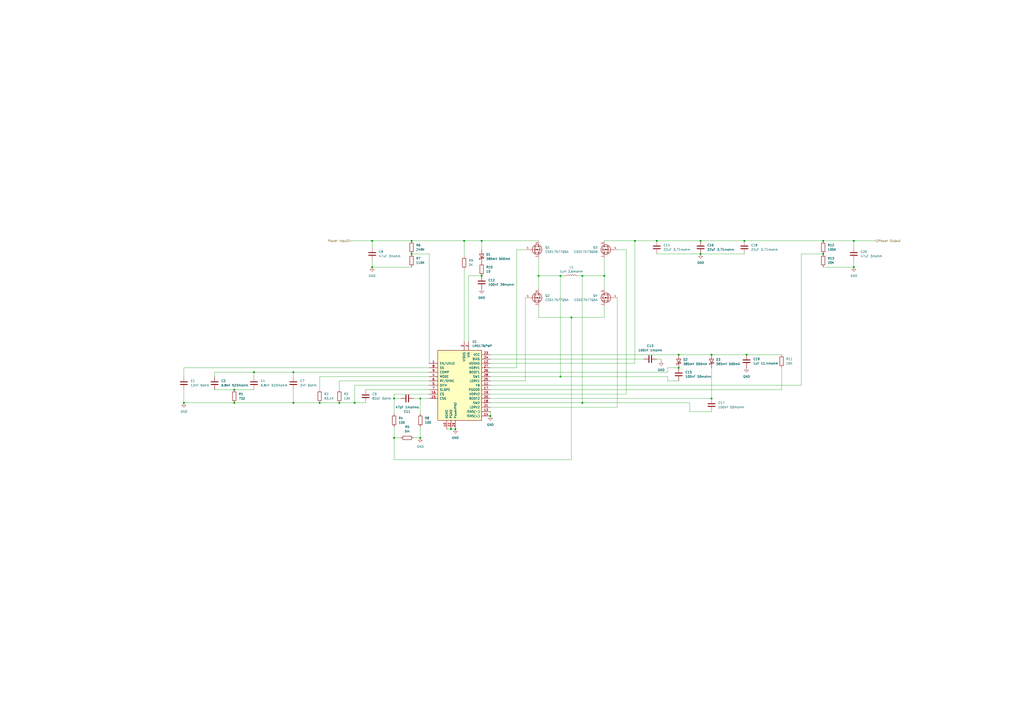
<source format=kicad_sch>
(kicad_sch (version 20250114) (generator "eeschema") (generator_version "9.0")
  (paper "A2")
  (lib_symbols
    (symbol "Device:C" (pin_numbers (hide yes)) (pin_names (offset 0.254))
      (property "Reference" "C" (at 0.635 2.54 0))
      (property "Value" "C" (at 0.635 -2.54 0))
      (symbol "C_0_1"
        (polyline (pts (xy -2.032 0.762) (xy 2.032 0.762)) (stroke (width 0.508)))
        (polyline (pts (xy -2.032 -0.762) (xy 2.032 -0.762)) (stroke (width 0.508)))
      )
      (symbol "C_1_1"
        (pin passive line (at 0 3.81 270) (length 2.794) (name "~") (number "1"))
        (pin passive line (at 0 -3.81 90) (length 2.794) (name "~") (number "2"))
      )
    )
    (symbol "Device:D_Schottky" (pin_numbers (hide yes)) (pin_names (offset 1.016) (hide yes))
      (property "Reference" "D" (at 0 2.54 0))
      (property "Value" "D_Schottky" (at 0 -2.54 0))
      (symbol "D_Schottky_0_1"
        (polyline (pts (xy -1.905 0.635) (xy -1.905 1.27) (xy -1.27 1.27) (xy -1.27 -1.27) (xy -0.635 -1.27) (xy -0.635 -0.635)) (stroke (width 0.254)))
        (polyline (pts (xy 1.27 1.27) (xy 1.27 -1.27) (xy -1.27 0) (xy 1.27 1.27)) (stroke (width 0.254)))
        (polyline (pts (xy 1.27 0) (xy -1.27 0)))
      )
      (symbol "D_Schottky_1_1"
        (pin passive line (at -3.81 0 0) (length 2.54) (name "K") (number "1"))
        (pin passive line (at 3.81 0 180) (length 2.54) (name "A") (number "2"))
      )
    )
    (symbol "Device:L" (pin_numbers (hide yes)) (pin_names (offset 1.016) (hide yes))
      (property "Reference" "L" (at -1.27 0 90))
      (property "Value" "L" (at 1.905 0 90))
      (symbol "L_0_1"
        (arc (start 0 2.54) (mid 0.6323 1.905) (end 0 1.27))
        (arc (start 0 1.27) (mid 0.6323 0.635) (end 0 0))
        (arc (start 0 0) (mid 0.6323 -0.635) (end 0 -1.27))
        (arc (start 0 -1.27) (mid 0.6323 -1.905) (end 0 -2.54))
      )
      (symbol "L_1_1"
        (pin passive line (at 0 3.81 270) (length 1.27) (name "1") (number "1"))
        (pin passive line (at 0 -3.81 90) (length 1.27) (name "2") (number "2"))
      )
    )
    (symbol "Device:R" (pin_numbers (hide yes)) (pin_names (offset 0))
      (property "Reference" "R" (at 2.032 0 90))
      (property "Value" "R" (at 0 0 90))
      (symbol "R_0_1"
        (rectangle (start -1.016 -2.54) (end 1.016 2.54) (stroke (width 0.254)))
      )
      (symbol "R_1_1"
        (pin passive line (at 0 3.81 270) (length 1.27) (name "~") (number "1"))
        (pin passive line (at 0 -3.81 90) (length 1.27) (name "~") (number "2"))
      )
    )
    (symbol "Regulator_Switching:LM5176PWP" (pin_names (offset 1.016))
      (property "Reference" "U" (at -12.7 24.13 0))
      (property "Value" "LM5176PWP" (at -12.7 21.59 0))
      (symbol "LM5176PWP_0_1"
        (rectangle (start -12.7 20.32) (end 12.7 -20.32) (stroke (width 0.254)) (fill (type background)))
      )
      (symbol "LM5176PWP_1_1"
        (pin input line (at -17.78 12.7 0) (length 5.08) (name "EN/UVLO") (number "1"))
        (pin passive line (at -17.78 10.16 0) (length 5.08) (name "SS") (number "8"))
        (pin passive line (at -17.78 7.62 0) (length 5.08) (name "COMP") (number "9"))
        (pin input line (at -17.78 5.08 0) (length 5.08) (name "MODE") (number "4"))
        (pin input line (at -17.78 2.54 0) (length 5.08) (name "RT/SYNC") (number "6"))
        (pin passive line (at -17.78 0 0) (length 5.08) (name "DITH") (number "5"))
        (pin passive line (at -17.78 -2.54 0) (length 5.08) (name "SLOPE") (number "7"))
        (pin input line (at -17.78 -5.08 0) (length 5.08) (name "CS") (number "16"))
        (pin input line (at -17.78 -7.62 0) (length 5.08) (name "CSG") (number "15"))
        (pin power_in line (at -7.62 -25.4 90) (length 5.08) (name "AGND") (number "10"))
        (pin power_in line (at -5.08 -25.4 90) (length 5.08) (name "PGND") (number "22"))
        (pin input line (at -2.54 -25.4 90) (length 5.08) (name "PowerPAD") (number "29"))
        (pin input line (at 2.54 25.4 270) (length 5.08) (name "VISNS") (number "3"))
        (pin power_in line (at 5.08 25.4 270) (length 5.08) (name "VIN") (number "2"))
        (pin power_in line (at 17.78 17.78 180) (length 5.08) (name "VCC") (number "23"))
        (pin input line (at 17.78 15.24 180) (length 5.08) (name "BIAS") (number "24"))
        (pin output line (at 17.78 12.7 180) (length 5.08) (name "VOSNS") (number "12"))
        (pin output line (at 17.78 10.16 180) (length 5.08) (name "HDRV1") (number "27"))
        (pin passive line (at 17.78 7.62 180) (length 5.08) (name "BOOT1") (number "26"))
        (pin output line (at 17.78 5.08 180) (length 5.08) (name "SW1") (number "28"))
        (pin output line (at 17.78 2.54 180) (length 5.08) (name "LDRV1") (number "25"))
        (pin input line (at 17.78 0 180) (length 5.08) (name "FB") (number "11"))
        (pin output line (at 17.78 -2.54 180) (length 5.08) (name "PGOOD") (number "17"))
        (pin output line (at 17.78 -5.08 180) (length 5.08) (name "HDRV2") (number "19"))
        (pin passive line (at 17.78 -7.62 180) (length 5.08) (name "BOOT2") (number "20"))
        (pin output line (at 17.78 -10.16 180) (length 5.08) (name "SW2") (number "18"))
        (pin output line (at 17.78 -12.7 180) (length 5.08) (name "LDRV2") (number "21"))
        (pin input line (at 17.78 -15.24 180) (length 5.08) (name "ISNS(-)") (number "13"))
        (pin input line (at 17.78 -17.78 180) (length 5.08) (name "ISNS(+)") (number "14"))
      )
    )
    (symbol "Transistor_FET:CSD17573Q5B" (pin_names (hide yes))
      (property "Reference" "Q" (at 5.08 1.905 0))
      (property "Value" "CSD17573Q5B" (at 5.08 0 0))
      (symbol "CSD17573Q5B_0_1"
        (polyline (pts (xy 0.254 1.905) (xy 0.254 -1.905)) (stroke (width 0.254)))
        (polyline (pts (xy 0.254 0) (xy -2.54 0)))
        (polyline (pts (xy 0.762 2.286) (xy 0.762 1.27)) (stroke (width 0.254)))
        (polyline (pts (xy 0.762 0.508) (xy 0.762 -0.508)) (stroke (width 0.254)))
        (polyline (pts (xy 0.762 -1.27) (xy 0.762 -2.286)) (stroke (width 0.254)))
        (polyline (pts (xy 0.762 -1.778) (xy 3.302 -1.778) (xy 3.302 1.778) (xy 0.762 1.778)))
        (polyline (pts (xy 1.016 0) (xy 2.032 0.381) (xy 2.032 -0.381) (xy 1.016 0)) (fill (type outline)))
        (circle (center 1.651 0) (radius 2.794) (stroke (width 0.254)))
        (polyline (pts (xy 2.54 2.54) (xy 2.54 1.778)))
        (circle (center 2.54 1.778) (radius 0.254) (fill (type outline)))
        (circle (center 2.54 -1.778) (radius 0.254) (fill (type outline)))
        (polyline (pts (xy 2.54 -2.54) (xy 2.54 0) (xy 0.762 0)))
        (polyline (pts (xy 2.794 0.508) (xy 2.921 0.381) (xy 3.683 0.381) (xy 3.81 0.254)))
        (polyline (pts (xy 3.302 0.381) (xy 2.921 -0.254) (xy 3.683 -0.254) (xy 3.302 0.381)))
      )
      (symbol "CSD17573Q5B_1_1"
        (pin passive line (at -5.08 0 0) (length 2.54) (name "G") (number "4"))
        (pin passive line (at 2.54 5.08 270) (length 2.54) (name "D") (number "5"))
        (pin passive line (at 2.54 -5.08 90) (length 2.54) (name "S") (number "1"))
        (pin passive line (at 2.54 -5.08 90) (length 2.54) (hide yes) (name "S") (number "2"))
        (pin passive line (at 2.54 -5.08 90) (length 2.54) (hide yes) (name "S") (number "3"))
      )
    )
    (symbol "Transistor_FET:CSD17577Q5A" (pin_names (hide yes))
      (property "Reference" "Q" (at 5.08 1.905 0))
      (property "Value" "CSD17577Q5A" (at 5.08 0 0))
      (symbol "CSD17577Q5A_0_1"
        (polyline (pts (xy 0.254 1.905) (xy 0.254 -1.905)) (stroke (width 0.254)))
        (polyline (pts (xy 0.254 0) (xy -2.54 0)))
        (polyline (pts (xy 0.762 2.286) (xy 0.762 1.27)) (stroke (width 0.254)))
        (polyline (pts (xy 0.762 0.508) (xy 0.762 -0.508)) (stroke (width 0.254)))
        (polyline (pts (xy 0.762 -1.27) (xy 0.762 -2.286)) (stroke (width 0.254)))
        (polyline (pts (xy 0.762 -1.778) (xy 3.302 -1.778) (xy 3.302 1.778) (xy 0.762 1.778)))
        (polyline (pts (xy 1.016 0) (xy 2.032 0.381) (xy 2.032 -0.381) (xy 1.016 0)) (fill (type outline)))
        (circle (center 1.651 0) (radius 2.794) (stroke (width 0.254)))
        (polyline (pts (xy 2.54 2.54) (xy 2.54 1.778)))
        (circle (center 2.54 1.778) (radius 0.254) (fill (type outline)))
        (circle (center 2.54 -1.778) (radius 0.254) (fill (type outline)))
        (polyline (pts (xy 2.54 -2.54) (xy 2.54 0) (xy 0.762 0)))
        (polyline (pts (xy 2.794 0.508) (xy 2.921 0.381) (xy 3.683 0.381) (xy 3.81 0.254)))
        (polyline (pts (xy 3.302 0.381) (xy 2.921 -0.254) (xy 3.683 -0.254) (xy 3.302 0.381)))
      )
      (symbol "CSD17577Q5A_1_1"
        (pin passive line (at -5.08 0 0) (length 2.54) (name "G") (number "4"))
        (pin passive line (at 2.54 5.08 270) (length 2.54) (name "D") (number "5"))
        (pin passive line (at 2.54 -5.08 90) (length 2.54) (name "S") (number "1"))
        (pin passive line (at 2.54 -5.08 90) (length 2.54) (hide yes) (name "S") (number "2"))
        (pin passive line (at 2.54 -5.08 90) (length 2.54) (hide yes) (name "S") (number "3"))
      )
    )
    (symbol "power:GND" (power) (pin_numbers (hide yes)) (pin_names (offset 0) (hide yes))
      (property "Value" "GND" (at 0 -3.81 0))
      (symbol "GND_0_1"
        (polyline (pts (xy 0 0) (xy 0 -1.27) (xy 1.27 -1.27) (xy 0 -2.54) (xy -1.27 -1.27) (xy 0 -1.27)))
      )
      (symbol "GND_1_1"
        (pin power_in line (at 0 0 270) (length 0) (name "~") (number "1"))
      )
    )
  )
  (junction (at 393.7 205.74))
  (junction (at 243.84 231.14))
  (junction (at 238.76 139.7))
  (junction (at 477.52 139.7))
  (junction (at 238.76 147.32))
  (junction (at 312.42 160.02))
  (junction (at 135.89 226.06))
  (junction (at 261.62 248.92))
  (junction (at 495.3 154.94))
  (junction (at 215.9 154.94))
  (junction (at 477.52 147.32))
  (junction (at 170.18 233.68))
  (junction (at 106.68 233.68))
  (junction (at 331.47 184.15))
  (junction (at 406.4 139.7))
  (junction (at 412.75 231.14))
  (junction (at 350.52 160.02))
  (junction (at 337.82 160.02))
  (junction (at 135.89 233.68))
  (junction (at 368.3 139.7))
  (junction (at 325.12 218.44))
  (junction (at 431.8 139.7))
  (junction (at 406.4 147.32))
  (junction (at 269.24 139.7))
  (junction (at 196.85 233.68))
  (junction (at 215.9 139.7))
  (junction (at 228.6 231.14))
  (junction (at 495.3 139.7))
  (junction (at 433.07 205.74))
  (junction (at 243.84 254))
  (junction (at 228.6 254))
  (junction (at 279.4 160.02))
  (junction (at 412.75 205.74))
  (junction (at 284.48 241.3))
  (junction (at 205.74 233.68))
  (junction (at 337.82 233.68))
  (junction (at 381 139.7))
  (junction (at 147.32 215.9))
  (junction (at 325.12 160.02))
  (junction (at 185.42 233.68))
  (junction (at 393.7 213.36))
  (junction (at 264.16 248.92))
  (junction (at 279.4 139.7))
  (junction (at 170.18 215.9))
  (wire (pts (xy 135.89 226.06) (xy 124.46 226.06)))
  (wire (pts (xy 248.92 147.32) (xy 248.92 210.82)))
  (wire (pts (xy 477.52 154.94) (xy 495.3 154.94)))
  (wire (pts (xy 312.42 177.8) (xy 312.42 184.15)))
  (wire (pts (xy 279.4 139.7) (xy 312.42 139.7)))
  (wire (pts (xy 312.42 160.02) (xy 312.42 167.64)))
  (wire (pts (xy 284.48 210.82) (xy 368.3 210.82)))
  (wire (pts (xy 243.84 254) (xy 243.84 247.65)))
  (wire (pts (xy 228.6 254) (xy 228.6 247.65)))
  (wire (pts (xy 350.52 139.7) (xy 368.3 139.7)))
  (wire (pts (xy 312.42 149.86) (xy 312.42 160.02)))
  (wire (pts (xy 203.2 139.7) (xy 215.9 139.7)))
  (wire (pts (xy 325.12 160.02) (xy 327.66 160.02)))
  (wire (pts (xy 147.32 215.9) (xy 170.18 215.9)))
  (wire (pts (xy 453.39 226.06) (xy 284.48 226.06)))
  (wire (pts (xy 170.18 215.9) (xy 248.92 215.9)))
  (wire (pts (xy 240.03 254) (xy 243.84 254)))
  (wire (pts (xy 350.52 184.15) (xy 350.52 177.8)))
  (wire (pts (xy 261.62 248.92) (xy 264.16 248.92)))
  (wire (pts (xy 312.42 184.15) (xy 331.47 184.15)))
  (wire (pts (xy 269.24 139.7) (xy 279.4 139.7)))
  (wire (pts (xy 368.3 139.7) (xy 381 139.7)))
  (wire (pts (xy 304.8 220.98) (xy 304.8 172.72)))
  (wire (pts (xy 495.3 139.7) (xy 508 139.7)))
  (wire (pts (xy 387.35 213.36) (xy 393.7 213.36)))
  (wire (pts (xy 196.85 233.68) (xy 205.74 233.68)))
  (wire (pts (xy 284.48 215.9) (xy 387.35 215.9)))
  (wire (pts (xy 215.9 154.94) (xy 238.76 154.94)))
  (wire (pts (xy 284.48 205.74) (xy 393.7 205.74)))
  (wire (pts (xy 185.42 233.68) (xy 196.85 233.68)))
  (wire (pts (xy 271.78 198.12) (xy 271.78 160.02)))
  (wire (pts (xy 381 139.7) (xy 406.4 139.7)))
  (wire (pts (xy 412.75 213.36) (xy 412.75 231.14)))
  (wire (pts (xy 284.48 236.22) (xy 358.14 236.22)))
  (wire (pts (xy 312.42 160.02) (xy 325.12 160.02)))
  (wire (pts (xy 387.35 218.44) (xy 387.35 220.98)))
  (wire (pts (xy 205.74 233.68) (xy 212.09 233.68)))
  (wire (pts (xy 464.82 147.32) (xy 477.52 147.32)))
  (wire (pts (xy 284.48 223.52) (xy 464.82 223.52)))
  (wire (pts (xy 269.24 156.21) (xy 269.24 198.12)))
  (wire (pts (xy 205.74 223.52) (xy 205.74 233.68)))
  (wire (pts (xy 259.08 248.92) (xy 261.62 248.92)))
  (wire (pts (xy 387.35 220.98) (xy 393.7 220.98)))
  (wire (pts (xy 412.75 231.14) (xy 284.48 231.14)))
  (wire (pts (xy 135.89 226.06) (xy 147.32 226.06)))
  (wire (pts (xy 238.76 139.7) (xy 269.24 139.7)))
  (wire (pts (xy 337.82 233.68) (xy 400.05 233.68)))
  (wire (pts (xy 400.05 233.68) (xy 400.05 238.76)))
  (wire (pts (xy 325.12 218.44) (xy 387.35 218.44)))
  (wire (pts (xy 212.09 226.06) (xy 248.92 226.06)))
  (wire (pts (xy 135.89 233.68) (xy 170.18 233.68)))
  (wire (pts (xy 464.82 223.52) (xy 464.82 147.32)))
  (wire (pts (xy 196.85 226.06) (xy 196.85 220.98)))
  (wire (pts (xy 477.52 139.7) (xy 495.3 139.7)))
  (wire (pts (xy 350.52 160.02) (xy 350.52 167.64)))
  (wire (pts (xy 170.18 233.68) (xy 170.18 226.06)))
  (wire (pts (xy 215.9 151.13) (xy 215.9 154.94)))
  (wire (pts (xy 495.3 151.13) (xy 495.3 154.94)))
  (wire (pts (xy 284.48 218.44) (xy 325.12 218.44)))
  (wire (pts (xy 232.41 231.14) (xy 228.6 231.14)))
  (wire (pts (xy 495.3 139.7) (xy 495.3 143.51)))
  (wire (pts (xy 215.9 143.51) (xy 215.9 139.7)))
  (wire (pts (xy 284.48 233.68) (xy 337.82 233.68)))
  (wire (pts (xy 147.32 215.9) (xy 147.32 218.44)))
  (wire (pts (xy 331.47 184.15) (xy 350.52 184.15)))
  (wire (pts (xy 299.72 213.36) (xy 299.72 144.78)))
  (wire (pts (xy 248.92 228.6) (xy 228.6 228.6)))
  (wire (pts (xy 284.48 228.6) (xy 363.22 228.6)))
  (wire (pts (xy 106.68 213.36) (xy 106.68 218.44)))
  (wire (pts (xy 232.41 254) (xy 228.6 254)))
  (wire (pts (xy 284.48 208.28) (xy 373.38 208.28)))
  (wire (pts (xy 350.52 149.86) (xy 350.52 160.02)))
  (wire (pts (xy 337.82 160.02) (xy 337.82 233.68)))
  (wire (pts (xy 299.72 144.78) (xy 304.8 144.78)))
  (wire (pts (xy 185.42 218.44) (xy 185.42 226.06)))
  (wire (pts (xy 243.84 231.14) (xy 243.84 240.03)))
  (wire (pts (xy 279.4 144.78) (xy 279.4 139.7)))
  (wire (pts (xy 243.84 231.14) (xy 248.92 231.14)))
  (wire (pts (xy 228.6 266.7) (xy 228.6 254)))
  (wire (pts (xy 215.9 139.7) (xy 238.76 139.7)))
  (wire (pts (xy 248.92 218.44) (xy 185.42 218.44)))
  (wire (pts (xy 387.35 215.9) (xy 387.35 213.36)))
  (wire (pts (xy 337.82 160.02) (xy 350.52 160.02)))
  (wire (pts (xy 383.54 208.28) (xy 381 208.28)))
  (wire (pts (xy 393.7 205.74) (xy 412.75 205.74)))
  (wire (pts (xy 170.18 233.68) (xy 185.42 233.68)))
  (wire (pts (xy 368.3 139.7) (xy 368.3 210.82)))
  (wire (pts (xy 124.46 215.9) (xy 147.32 215.9)))
  (wire (pts (xy 106.68 233.68) (xy 135.89 233.68)))
  (wire (pts (xy 205.74 223.52) (xy 248.92 223.52)))
  (wire (pts (xy 170.18 218.44) (xy 170.18 215.9)))
  (wire (pts (xy 412.75 205.74) (xy 433.07 205.74)))
  (wire (pts (xy 331.47 184.15) (xy 331.47 266.7)))
  (wire (pts (xy 284.48 213.36) (xy 299.72 213.36)))
  (wire (pts (xy 238.76 147.32) (xy 248.92 147.32)))
  (wire (pts (xy 271.78 160.02) (xy 279.4 160.02)))
  (wire (pts (xy 269.24 148.59) (xy 269.24 139.7)))
  (wire (pts (xy 406.4 147.32) (xy 431.8 147.32)))
  (wire (pts (xy 106.68 226.06) (xy 106.68 233.68)))
  (wire (pts (xy 335.28 160.02) (xy 337.82 160.02)))
  (wire (pts (xy 433.07 205.74) (xy 453.39 205.74)))
  (wire (pts (xy 325.12 160.02) (xy 325.12 218.44)))
  (wire (pts (xy 124.46 215.9) (xy 124.46 218.44)))
  (wire (pts (xy 196.85 220.98) (xy 248.92 220.98)))
  (wire (pts (xy 284.48 238.76) (xy 284.48 241.3)))
  (wire (pts (xy 331.47 266.7) (xy 228.6 266.7)))
  (wire (pts (xy 228.6 228.6) (xy 228.6 231.14)))
  (wire (pts (xy 431.8 139.7) (xy 477.52 139.7)))
  (wire (pts (xy 383.54 209.55) (xy 383.54 208.28)))
  (wire (pts (xy 358.14 236.22) (xy 358.14 172.72)))
  (wire (pts (xy 248.92 213.36) (xy 106.68 213.36)))
  (wire (pts (xy 284.48 220.98) (xy 304.8 220.98)))
  (wire (pts (xy 406.4 139.7) (xy 431.8 139.7)))
  (wire (pts (xy 363.22 228.6) (xy 363.22 144.78)))
  (wire (pts (xy 381 147.32) (xy 406.4 147.32)))
  (wire (pts (xy 363.22 144.78) (xy 358.14 144.78)))
  (wire (pts (xy 228.6 231.14) (xy 228.6 240.03)))
  (wire (pts (xy 400.05 238.76) (xy 412.75 238.76)))
  (wire (pts (xy 240.03 231.14) (xy 243.84 231.14)))
  (wire (pts (xy 453.39 213.36) (xy 453.39 226.06)))
  (hierarchical_label "Power Input" (shape input) (at 203.2 139.7 180))
  (hierarchical_label "Power Output" (shape input) (at 508 139.7 0))
  (symbol (lib_id "power:GND") (at 284.48 241.3 0) (unit 1)
    (property "Reference" "#PWR012" (effects (hide yes)))
    (property "Value" "GND" (at 284.48 246.38 0))
    (property "Description" "Power symbol creates a global label with name \"GND\" , ground" (effects (hide yes)))
  )
  (symbol (lib_id "Device:C") (at 433.07 209.55 0) (unit 1)
    (property "Reference" "C19" (at 436.88 208.2799 0) (effects (justify left)))
    (property "Value" "1uF 11.4mohm" (at 436.88 210.8199 0) (effects (justify left)))
    (property "Footprint" "Capacitor_SMD:C_0402_1005Metric_Pad0.74x0.62mm_HandSolder" (effects (hide yes)))
    (property "Description" "Unpolarized capacitor" (effects (hide yes)))
    (property "LCSC" "C181015" (effects (hide yes)))
  )
  (symbol (lib_id "Device:C") (at 393.7 217.17 0) (unit 1)
    (property "Reference" "C15" (at 397.51 215.8999 0) (effects (justify left)))
    (property "Value" "100nF 50mohm" (at 397.51 218.4399 0) (effects (justify left)))
    (property "Footprint" "Capacitor_SMD:C_0603_1608Metric_Pad1.08x0.95mm_HandSolder" (effects (hide yes)))
    (property "Description" "Unpolarized capacitor" (effects (hide yes)))
    (property "LCSC" "C92490" (effects (hide yes)))
  )
  (symbol (lib_id "Device:C") (at 377.19 208.28 90) (unit 1)
    (property "Reference" "C13" (at 377.19 200.66 90))
    (property "Value" "100nF 1mohm" (at 377.19 203.2 90))
    (property "Footprint" "Capacitor_SMD:C_0402_1005Metric_Pad0.74x0.62mm_HandSolder" (effects (hide yes)))
    (property "Description" "Unpolarized capacitor" (effects (hide yes)))
    (property "LCSC" "C133086" (effects (hide yes)))
  )
  (symbol (lib_id "Transistor_FET:CSD17577Q5A") (at 309.88 172.72 0) (unit 1)
    (property "Reference" "Q2" (at 316.23 171.4499 0) (effects (justify left)))
    (property "Value" "CSD17577Q5A" (at 316.23 173.9899 0) (effects (justify left)))
    (property "Footprint" "Package_TO_SOT_SMD:TDSON-8-1" (effects (hide yes)))
    (property "Datasheet" "http://www.ti.com/lit/gpn/csd17577q5a" (effects (hide yes)))
    (property "Description" "60A Id, 30V Vds, NexFET N-Channel Power MOSFET, 4.2mOhm Ron, 13nC Qg(typ), SON8 5x6mm" (effects (hide yes)))
    (property "LCSC" "C475504" (effects (hide yes)))
  )
  (symbol (lib_id "Device:C") (at 412.75 234.95 0) (unit 1)
    (property "Reference" "C17" (at 416.56 233.6799 0) (effects (justify left)))
    (property "Value" "100nF 50mohm" (at 416.56 236.2199 0) (effects (justify left)))
    (property "Footprint" "Capacitor_SMD:C_0603_1608Metric_Pad1.08x0.95mm_HandSolder" (effects (hide yes)))
    (property "Description" "Unpolarized capacitor" (effects (hide yes)))
    (property "LCSC" "C92490" (effects (hide yes)))
  )
  (symbol (lib_id "power:GND") (at 215.9 154.94 0) (unit 1)
    (property "Reference" "#PWR08" (effects (hide yes)))
    (property "Value" "GND" (at 215.9 160.02 0))
    (property "Description" "Power symbol creates a global label with name \"GND\" , ground" (effects (hide yes)))
  )
  (symbol (lib_id "Device:C") (at 215.9 147.32 0) (unit 1)
    (property "Reference" "C8" (at 219.71 146.0499 0) (effects (justify left)))
    (property "Value" "47uF 3mohm" (at 219.71 148.5899 0) (effects (justify left)))
    (property "Footprint" "Capacitor_SMD:C_1210_3225Metric_Pad1.33x2.70mm_HandSolder" (effects (hide yes)))
    (property "Description" "Unpolarized capacitor" (effects (hide yes)))
    (property "LCSC" "C77101" (effects (hide yes)))
  )
  (symbol (lib_id "Device:R") (at 269.24 152.4 0) (unit 1)
    (property "Reference" "R9" (at 271.78 151.1299 0) (effects (justify left)))
    (property "Value" "2K" (at 271.78 153.6699 0) (effects (justify left)))
    (property "Footprint" "Capacitor_SMD:C_0402_1005Metric_Pad0.74x0.62mm_HandSolder" (effects (hide yes)))
    (property "Description" "Resistor" (effects (hide yes)))
    (property "LCSC" "C482125" (effects (hide yes)))
  )
  (symbol (lib_id "Device:C") (at 279.4 163.83 0) (unit 1)
    (property "Reference" "C12" (at 283.21 162.5599 0) (effects (justify left)))
    (property "Value" "100nF 39mohm" (at 283.21 165.0999 0) (effects (justify left)))
    (property "Footprint" "Resistor_SMD:R_0402_1005Metric_Pad0.72x0.64mm_HandSolder" (effects (hide yes)))
    (property "Description" "Unpolarized capacitor" (effects (hide yes)))
    (property "LCSC" "C2181865" (effects (hide yes)))
  )
  (symbol (lib_id "Device:C") (at 147.32 222.25 0) (unit 1)
    (property "Reference" "C4" (at 151.13 220.9799 0) (effects (justify left)))
    (property "Value" "6.8nF 523mohm" (at 151.13 223.5199 0) (effects (justify left)))
    (property "Footprint" "Capacitor_SMD:C_0402_1005Metric_Pad0.74x0.62mm_HandSolder" (effects (hide yes)))
    (property "Description" "Unpolarized capacitor" (effects (hide yes)))
    (property "LCSC" "C3840335" (effects (hide yes)))
  )
  (symbol (lib_id "Device:C") (at 124.46 222.25 0) (unit 1)
    (property "Reference" "C2" (at 128.27 220.9799 0) (effects (justify left)))
    (property "Value" "6.8nF 523mohm" (at 128.27 223.5199 0) (effects (justify left)))
    (property "Footprint" "Capacitor_SMD:C_0402_1005Metric_Pad0.74x0.62mm_HandSolder" (effects (hide yes)))
    (property "Description" "Unpolarized capacitor" (effects (hide yes)))
    (property "LCSC" "C3840335" (effects (hide yes)))
  )
  (symbol (lib_id "Device:R") (at 243.84 243.84 0) (unit 1)
    (property "Reference" "R8" (at 246.38 242.5699 0) (effects (justify left)))
    (property "Value" "100" (at 246.38 245.1099 0) (effects (justify left)))
    (property "Footprint" "Resistor_SMD:R_0402_1005Metric_Pad0.72x0.64mm_HandSolder" (effects (hide yes)))
    (property "Description" "Resistor" (effects (hide yes)))
    (property "LCSC" "C844713" (effects (hide yes)))
  )
  (symbol (lib_id "Device:R") (at 477.52 143.51 0) (unit 1)
    (property "Reference" "R12" (at 480.06 142.2399 0) (effects (justify left)))
    (property "Value" "105K" (at 480.06 144.7799 0) (effects (justify left)))
    (property "Footprint" "Resistor_SMD:R_0603_1608Metric_Pad0.98x0.95mm_HandSolder" (effects (hide yes)))
    (property "Description" "Resistor" (effects (hide yes)))
    (property "LCSC" "C227540" (effects (hide yes)))
  )
  (symbol (lib_id "Device:D_Schottky") (at 412.75 209.55 90) (unit 1)
    (property "Reference" "D3" (at 415.29 208.5974 90) (effects (justify right)))
    (property "Value" "385mV 500mA" (at 415.29 211.1374 90) (effects (justify right)))
    (property "Footprint" "Diode_SMD:D_SOD-123" (effects (hide yes)))
    (property "Description" "Schottky diode" (effects (hide yes)))
    (property "LCSC" "C398783" (effects (hide yes)))
  )
  (symbol (lib_id "Device:R") (at 236.22 254 90) (unit 1)
    (property "Reference" "R5" (at 236.22 247.65 90))
    (property "Value" "5m" (at 236.22 250.19 90))
    (property "Footprint" "Resistor_SMD:R_2512_6332Metric_Pad1.40x3.35mm_HandSolder" (effects (hide yes)))
    (property "Description" "Resistor" (effects (hide yes)))
    (property "LCSC" "C22468851" (effects (hide yes)))
  )
  (symbol (lib_id "power:GND") (at 106.68 233.68 0) (unit 1)
    (property "Reference" "#PWR07" (effects (hide yes)))
    (property "Value" "GND" (at 106.68 238.76 0))
    (property "Description" "Power symbol creates a global label with name \"GND\" , ground" (effects (hide yes)))
  )
  (symbol (lib_id "Device:R") (at 279.4 156.21 0) (unit 1)
    (property "Reference" "R10" (at 281.94 154.9399 0) (effects (justify left)))
    (property "Value" "10" (at 281.94 157.4799 0) (effects (justify left)))
    (property "Footprint" "Resistor_SMD:R_0402_1005Metric_Pad0.72x0.64mm_HandSolder" (effects (hide yes)))
    (property "Description" "Resistor" (effects (hide yes)))
    (property "LCSC" "C481926" (effects (hide yes)))
  )
  (symbol (lib_id "Device:C") (at 431.8 143.51 0) (unit 1)
    (property "Reference" "C18" (at 435.61 142.2399 0) (effects (justify left)))
    (property "Value" "22uF 3.71mohm" (at 435.61 144.7799 0) (effects (justify left)))
    (property "Footprint" "Capacitor_SMD:C_0603_1608Metric_Pad1.08x0.95mm_HandSolder" (effects (hide yes)))
    (property "Description" "Unpolarized capacitor" (effects (hide yes)))
    (property "LCSC" "C86295" (effects (hide yes)))
  )
  (symbol (lib_id "Device:R") (at 238.76 151.13 0) (unit 1)
    (property "Reference" "R7" (at 241.3 149.8599 0) (effects (justify left)))
    (property "Value" "110K" (at 241.3 152.3999 0) (effects (justify left)))
    (property "Footprint" "Capacitor_SMD:C_0402_1005Metric_Pad0.74x0.62mm_HandSolder" (effects (hide yes)))
    (property "Description" "Resistor" (effects (hide yes)))
    (property "LCSC" "C481928" (effects (hide yes)))
  )
  (symbol (lib_id "Device:L") (at 331.47 160.02 90) (unit 1)
    (property "Reference" "L1" (at 331.47 154.94 90))
    (property "Value" "1uH 2.6mohm" (at 331.47 157.48 90))
    (property "Footprint" "Inductors:XAL7070-102ME" (effects (hide yes)))
    (property "Description" "Inductor" (effects (hide yes)))
    (property "LCSC" "C6609502" (effects (hide yes)))
  )
  (symbol (lib_id "power:GND") (at 383.54 209.55 0) (unit 1)
    (property "Reference" "#PWR013" (effects (hide yes)))
    (property "Value" "GND" (at 383.54 214.63 0))
    (property "Description" "Power symbol creates a global label with name \"GND\" , ground" (effects (hide yes)))
  )
  (symbol (lib_id "Device:C") (at 381 143.51 0) (unit 1)
    (property "Reference" "C14" (at 384.81 142.2399 0) (effects (justify left)))
    (property "Value" "22uF 3.71mohm" (at 384.81 144.7799 0) (effects (justify left)))
    (property "Footprint" "Capacitor_SMD:C_0603_1608Metric_Pad1.08x0.95mm_HandSolder" (effects (hide yes)))
    (property "Description" "Unpolarized capacitor" (effects (hide yes)))
    (property "LCSC" "C86295" (effects (hide yes)))
  )
  (symbol (lib_id "Device:R") (at 196.85 229.87 0) (unit 1)
    (property "Reference" "R3" (at 199.39 228.5999 0) (effects (justify left)))
    (property "Value" "13K" (at 199.39 231.1399 0) (effects (justify left)))
    (property "Footprint" "Resistor_SMD:R_0402_1005Metric_Pad0.72x0.64mm_HandSolder" (effects (hide yes)))
    (property "Description" "Resistor" (effects (hide yes)))
    (property "LCSC" "C294438" (effects (hide yes)))
  )
  (symbol (lib_id "Transistor_FET:CSD17577Q5A") (at 309.88 144.78 0) (unit 1)
    (property "Reference" "Q1" (at 316.23 143.5099 0) (effects (justify left)))
    (property "Value" "CSD17577Q5A" (at 316.23 146.0499 0) (effects (justify left)))
    (property "Footprint" "Package_TO_SOT_SMD:TDSON-8-1" (effects (hide yes)))
    (property "Datasheet" "http://www.ti.com/lit/gpn/csd17577q5a" (effects (hide yes)))
    (property "Description" "60A Id, 30V Vds, NexFET N-Channel Power MOSFET, 4.2mOhm Ron, 13nC Qg(typ), SON8 5x6mm" (effects (hide yes)))
    (property "LCSC" "C475504" (effects (hide yes)))
  )
  (symbol (lib_id "Device:C") (at 406.4 143.51 0) (unit 1)
    (property "Reference" "C16" (at 410.21 142.2399 0) (effects (justify left)))
    (property "Value" "22uF 3.71mohm" (at 410.21 144.7799 0) (effects (justify left)))
    (property "Footprint" "Capacitor_SMD:C_0603_1608Metric_Pad1.08x0.95mm_HandSolder" (effects (hide yes)))
    (property "Description" "Unpolarized capacitor" (effects (hide yes)))
    (property "LCSC" "C86295" (effects (hide yes)))
  )
  (symbol (lib_id "Device:C") (at 212.09 229.87 0) (unit 1)
    (property "Reference" "C9" (at 215.9 228.5999 0) (effects (justify left)))
    (property "Value" "82pF 0ohm" (at 215.9 231.1399 0) (effects (justify left)))
    (property "Footprint" "Capacitor_SMD:C_0402_1005Metric_Pad0.74x0.62mm_HandSolder" (effects (hide yes)))
    (property "Description" "Unpolarized capacitor" (effects (hide yes)))
    (property "LCSC" "C650992" (effects (hide yes)))
  )
  (symbol (lib_id "Device:D_Schottky") (at 279.4 148.59 90) (unit 1)
    (property "Reference" "D1" (at 281.94 147.6374 90) (effects (justify right)))
    (property "Value" "385mV 500mA" (at 281.94 150.1774 90) (effects (justify right)))
    (property "Footprint" "Diode_SMD:D_SOD-123" (effects (hide yes)))
    (property "Description" "Schottky diode" (effects (hide yes)))
    (property "LCSC" "C155367" (effects (hide yes)))
  )
  (symbol (lib_id "Device:C") (at 495.3 147.32 0) (unit 1)
    (property "Reference" "C20" (at 499.11 146.0499 0) (effects (justify left)))
    (property "Value" "47uF 3mohm" (at 499.11 148.5899 0) (effects (justify left)))
    (property "Footprint" "Capacitor_SMD:C_1210_3225Metric_Pad1.33x2.70mm_HandSolder" (effects (hide yes)))
    (property "Description" "Unpolarized capacitor" (effects (hide yes)))
    (property "LCSC" "C77101" (effects (hide yes)))
  )
  (symbol (lib_id "power:GND") (at 406.4 147.32 0) (unit 1)
    (property "Reference" "#PWR014" (effects (hide yes)))
    (property "Value" "GND" (at 406.4 152.4 0))
    (property "Description" "Power symbol creates a global label with name \"GND\" , ground" (effects (hide yes)))
  )
  (symbol (lib_id "power:GND") (at 433.07 213.36 0) (unit 1)
    (property "Reference" "#PWR015" (effects (hide yes)))
    (property "Value" "GND" (at 433.07 218.44 0))
    (property "Description" "Power symbol creates a global label with name \"GND\" , ground" (effects (hide yes)))
  )
  (symbol (lib_id "Regulator_Switching:LM5176PWP") (at 266.7 223.52 0) (unit 1)
    (property "Reference" "U1" (at 273.9741 198.12 0) (effects (justify left)))
    (property "Value" "LM5176PWP" (at 273.9741 200.66 0) (effects (justify left)))
    (property "Footprint" "Package_SO:HTSSOP-28-1EP_4.4x9.7mm_P0.65mm_EP3.4x9.5mm_ThermalVias" (effects (hide yes)))
    (property "Datasheet" "http://www.ti.com/lit/ds/symlink/lm5176.pdf" (effects (hide yes)))
    (property "Description" "55-V wide Vin synchronous 4-switch Buck-Boost controller, HTSSOP-28 package" (effects (hide yes)))
  )
  (symbol (lib_id "power:GND") (at 495.3 154.94 0) (unit 1)
    (property "Reference" "#PWR016" (effects (hide yes)))
    (property "Value" "GND" (at 495.3 160.02 0))
    (property "Description" "Power symbol creates a global label with name \"GND\" , ground" (effects (hide yes)))
  )
  (symbol (lib_id "Device:R") (at 238.76 143.51 0) (unit 1)
    (property "Reference" "R6" (at 241.3 142.2399 0) (effects (justify left)))
    (property "Value" "249K" (at 241.3 144.7799 0) (effects (justify left)))
    (property "Footprint" "Capacitor_SMD:C_0402_1005Metric_Pad0.74x0.62mm_HandSolder" (effects (hide yes)))
    (property "Description" "Resistor" (effects (hide yes)))
    (property "LCSC" "C482111" (effects (hide yes)))
  )
  (symbol (lib_id "Device:C") (at 236.22 231.14 90) (mirror x) (unit 1)
    (property "Reference" "C11" (at 236.22 238.76 90))
    (property "Value" "47pF 1mohms" (at 236.22 236.22 90))
    (property "Footprint" "Capacitor_SMD:C_0402_1005Metric_Pad0.74x0.62mm_HandSolder" (effects (hide yes)))
    (property "Description" "Unpolarized capacitor" (effects (hide yes)))
    (property "LCSC" "C76970" (effects (hide yes)))
  )
  (symbol (lib_id "power:GND") (at 243.84 254 0) (unit 1)
    (property "Reference" "#PWR09" (effects (hide yes)))
    (property "Value" "GND" (at 243.84 259.08 0))
    (property "Description" "Power symbol creates a global label with name \"GND\" , ground" (effects (hide yes)))
  )
  (symbol (lib_id "Device:R") (at 453.39 209.55 0) (unit 1)
    (property "Reference" "R11" (at 455.93 208.2799 0) (effects (justify left)))
    (property "Value" "10K" (at 455.93 210.8199 0) (effects (justify left)))
    (property "Footprint" "Resistor_SMD:R_0402_1005Metric_Pad0.72x0.64mm_HandSolder" (effects (hide yes)))
    (property "Description" "Resistor" (effects (hide yes)))
    (property "LCSC" "C71617" (effects (hide yes)))
  )
  (symbol (lib_id "power:GND") (at 279.4 167.64 0) (unit 1)
    (property "Reference" "#PWR011" (effects (hide yes)))
    (property "Value" "GND" (at 279.4 172.72 0))
    (property "Description" "Power symbol creates a global label with name \"GND\" , ground" (effects (hide yes)))
  )
  (symbol (lib_id "power:GND") (at 264.16 248.92 0) (unit 1)
    (property "Reference" "#PWR010" (effects (hide yes)))
    (property "Value" "GND" (at 264.16 254 0))
    (property "Description" "Power symbol creates a global label with name \"GND\" , ground" (effects (hide yes)))
  )
  (symbol (lib_id "Device:R") (at 135.89 229.87 0) (unit 1)
    (property "Reference" "R1" (at 138.43 228.5999 0) (effects (justify left)))
    (property "Value" "732" (at 138.43 231.1399 0) (effects (justify left)))
    (property "Footprint" "Resistor_SMD:R_0402_1005Metric_Pad0.72x0.64mm_HandSolder" (effects (hide yes)))
    (property "Description" "Resistor" (effects (hide yes)))
    (property "LCSC" "C2085222" (effects (hide yes)))
  )
  (symbol (lib_id "Device:R") (at 228.6 243.84 0) (unit 1)
    (property "Reference" "R4" (at 231.14 242.5699 0) (effects (justify left)))
    (property "Value" "100" (at 231.14 245.1099 0) (effects (justify left)))
    (property "Footprint" "Resistor_SMD:R_0402_1005Metric_Pad0.72x0.64mm_HandSolder" (effects (hide yes)))
    (property "Description" "Resistor" (effects (hide yes)))
    (property "LCSC" "C844713" (effects (hide yes)))
  )
  (symbol (lib_id "Device:R") (at 185.42 229.87 0) (unit 1)
    (property "Reference" "R2" (at 187.96 228.5999 0) (effects (justify left)))
    (property "Value" "93.1K" (at 187.96 231.1399 0) (effects (justify left)))
    (property "Footprint" "Resistor_SMD:R_0402_1005Metric_Pad0.72x0.64mm_HandSolder" (effects (hide yes)))
    (property "Description" "Resistor" (effects (hide yes)))
    (property "LCSC" "C2085865" (effects (hide yes)))
  )
  (symbol (lib_id "Device:R") (at 477.52 151.13 0) (unit 1)
    (property "Reference" "R13" (at 480.06 149.8599 0) (effects (justify left)))
    (property "Value" "20K" (at 480.06 152.3999 0) (effects (justify left)))
    (property "Footprint" "Resistor_SMD:R_0603_1608Metric_Pad0.98x0.95mm_HandSolder" (effects (hide yes)))
    (property "Description" "Resistor" (effects (hide yes)))
    (property "LCSC" "C105575" (effects (hide yes)))
  )
  (symbol (lib_id "Device:C") (at 170.18 222.25 0) (unit 1)
    (property "Reference" "C7" (at 173.99 220.9799 0) (effects (justify left)))
    (property "Value" "2nF 0ohm" (at 173.99 223.5199 0) (effects (justify left)))
    (property "Footprint" "Capacitor_SMD:C_0402_1005Metric_Pad0.74x0.62mm_HandSolder" (effects (hide yes)))
    (property "Description" "Unpolarized capacitor" (effects (hide yes)))
    (property "LCSC" "C1845704" (effects (hide yes)))
  )
  (symbol (lib_id "Device:C") (at 106.68 222.25 0) (unit 1)
    (property "Reference" "C1" (at 110.49 220.9799 0) (effects (justify left)))
    (property "Value" "12nF 0ohm" (at 110.49 223.5199 0) (effects (justify left)))
    (property "Footprint" "Capacitor_SMD:C_0603_1608Metric_Pad1.08x0.95mm_HandSolder" (effects (hide yes)))
    (property "Description" "Unpolarized capacitor" (effects (hide yes)))
    (property "LCSC" "C519540" (effects (hide yes)))
  )
  (symbol (lib_id "Transistor_FET:CSD17577Q5A") (at 353.06 172.72 0) (mirror y) (unit 1)
    (property "Reference" "Q4" (at 346.71 171.4499 0) (effects (justify left)))
    (property "Value" "CSD17577Q5A" (at 346.71 173.9899 0) (effects (justify left)))
    (property "Footprint" "Package_TO_SOT_SMD:TDSON-8-1" (effects (hide yes)))
    (property "Datasheet" "http://www.ti.com/lit/gpn/csd17577q5a" (effects (hide yes)))
    (property "Description" "60A Id, 30V Vds, NexFET N-Channel Power MOSFET, 4.2mOhm Ron, 13nC Qg(typ), SON8 5x6mm" (effects (hide yes)))
    (property "LCSC" "C475504" (effects (hide yes)))
  )
  (symbol (lib_id "Transistor_FET:CSD17573Q5B") (at 353.06 144.78 0) (mirror y) (unit 1)
    (property "Reference" "Q3" (at 346.71 143.5099 0) (effects (justify left)))
    (property "Value" "CSD17573Q5B" (at 346.71 146.0499 0) (effects (justify left)))
    (property "Footprint" "Package_TO_SOT_SMD:TDSON-8-1" (effects (hide yes)))
    (property "Datasheet" "http://www.ti.com/lit/gpn/csd17573q5b" (effects (hide yes)))
    (property "Description" "100A Id, 30V Vds, NexFET N-Channel Power MOSFET, 1mOhm Ron, 49nC Qg(typ), SON8 5x6mm" (effects (hide yes)))
    (property "LCSC" "C202231" (effects (hide yes)))
  )
  (symbol (lib_id "Device:D_Schottky") (at 393.7 209.55 90) (unit 1)
    (property "Reference" "D2" (at 396.24 208.5974 90) (effects (justify right)))
    (property "Value" "385mV 500mA" (at 396.24 211.1374 90) (effects (justify right)))
    (property "Footprint" "Diode_SMD:D_SOD-123" (effects (hide yes)))
    (property "Description" "Schottky diode" (effects (hide yes)))
    (property "LCSC" "C398783" (effects (hide yes)))
  )
)
</source>
